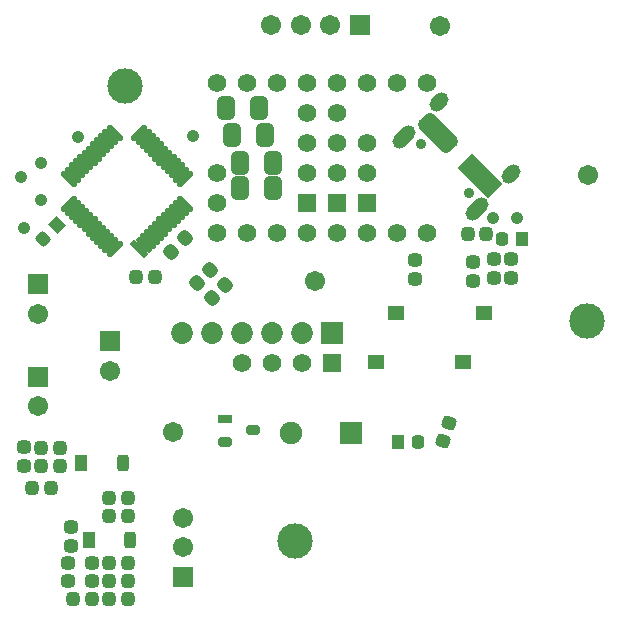
<source format=gbr>
%TF.GenerationSoftware,Altium Limited,Altium Designer,23.4.1 (23)*%
G04 Layer_Color=8388736*
%FSLAX26Y26*%
%MOIN*%
%TF.SameCoordinates,059DD823-1BA3-4B86-995A-778C5C10D4F7*%
%TF.FilePolarity,Negative*%
%TF.FileFunction,Soldermask,Top*%
%TF.Part,CustomerPanel*%
G01*
G75*
%TA.AperFunction,SMDPad,CuDef*%
G04:AMPARAMS|DCode=83|XSize=47.37mil|YSize=43.433mil|CornerRadius=12.858mil|HoleSize=0mil|Usage=FLASHONLY|Rotation=315.000|XOffset=0mil|YOffset=0mil|HoleType=Round|Shape=RoundedRectangle|*
%AMROUNDEDRECTD83*
21,1,0.047370,0.017717,0,0,315.0*
21,1,0.021654,0.043433,0,0,315.0*
1,1,0.025716,0.001392,-0.013920*
1,1,0.025716,-0.013920,0.001392*
1,1,0.025716,-0.001392,0.013920*
1,1,0.025716,0.013920,-0.001392*
%
%ADD83ROUNDEDRECTD83*%
G04:AMPARAMS|DCode=84|XSize=31.622mil|YSize=47.37mil|CornerRadius=9.906mil|HoleSize=0mil|Usage=FLASHONLY|Rotation=90.000|XOffset=0mil|YOffset=0mil|HoleType=Round|Shape=RoundedRectangle|*
%AMROUNDEDRECTD84*
21,1,0.031622,0.027559,0,0,90.0*
21,1,0.011811,0.047370,0,0,90.0*
1,1,0.019811,0.013780,0.005906*
1,1,0.019811,0.013780,-0.005906*
1,1,0.019811,-0.013780,-0.005906*
1,1,0.019811,-0.013780,0.005906*
%
%ADD84ROUNDEDRECTD84*%
%ADD85R,0.047370X0.031622*%
G04:AMPARAMS|DCode=92|XSize=47.37mil|YSize=43.433mil|CornerRadius=12.858mil|HoleSize=0mil|Usage=FLASHONLY|Rotation=0.000|XOffset=0mil|YOffset=0mil|HoleType=Round|Shape=RoundedRectangle|*
%AMROUNDEDRECTD92*
21,1,0.047370,0.017717,0,0,0.0*
21,1,0.021654,0.043433,0,0,0.0*
1,1,0.025716,0.010827,-0.008858*
1,1,0.025716,-0.010827,-0.008858*
1,1,0.025716,-0.010827,0.008858*
1,1,0.025716,0.010827,0.008858*
%
%ADD92ROUNDEDRECTD92*%
%TA.AperFunction,FiducialPad,Global*%
%ADD93C,0.118110*%
%TA.AperFunction,SMDPad,CuDef*%
G04:AMPARAMS|DCode=102|XSize=47.37mil|YSize=43.433mil|CornerRadius=12.858mil|HoleSize=0mil|Usage=FLASHONLY|Rotation=270.000|XOffset=0mil|YOffset=0mil|HoleType=Round|Shape=RoundedRectangle|*
%AMROUNDEDRECTD102*
21,1,0.047370,0.017717,0,0,270.0*
21,1,0.021654,0.043433,0,0,270.0*
1,1,0.025716,-0.008858,-0.010827*
1,1,0.025716,-0.008858,0.010827*
1,1,0.025716,0.008858,0.010827*
1,1,0.025716,0.008858,-0.010827*
%
%ADD102ROUNDEDRECTD102*%
G04:AMPARAMS|DCode=103|XSize=78.866mil|YSize=59.181mil|CornerRadius=16.795mil|HoleSize=0mil|Usage=FLASHONLY|Rotation=90.000|XOffset=0mil|YOffset=0mil|HoleType=Round|Shape=RoundedRectangle|*
%AMROUNDEDRECTD103*
21,1,0.078866,0.025591,0,0,90.0*
21,1,0.045276,0.059181,0,0,90.0*
1,1,0.033590,0.012795,0.022638*
1,1,0.033590,0.012795,-0.022638*
1,1,0.033590,-0.012795,-0.022638*
1,1,0.033590,-0.012795,0.022638*
%
%ADD103ROUNDEDRECTD103*%
%TA.AperFunction,ComponentPad*%
%ADD107C,0.062000*%
%ADD108C,0.074929*%
%ADD109R,0.074929X0.074929*%
%ADD110C,0.072866*%
%ADD111R,0.072866X0.072866*%
%ADD112R,0.061000X0.061000*%
%ADD113R,0.061000X0.061000*%
%ADD114C,0.067370*%
%ADD115R,0.067370X0.067370*%
%ADD116R,0.067370X0.067370*%
G04:AMPARAMS|DCode=117|XSize=47.37mil|YSize=70.992mil|CornerRadius=0mil|HoleSize=0mil|Usage=FLASHONLY|Rotation=135.000|XOffset=0mil|YOffset=0mil|HoleType=Round|Shape=Round|*
%AMOVALD117*
21,1,0.023622,0.047370,0.000000,0.000000,225.0*
1,1,0.047370,0.008352,0.008352*
1,1,0.047370,-0.008352,-0.008352*
%
%ADD117OVALD117*%

%ADD118C,0.034575*%
G04:AMPARAMS|DCode=119|XSize=47.37mil|YSize=90.677mil|CornerRadius=0mil|HoleSize=0mil|Usage=FLASHONLY|Rotation=135.000|XOffset=0mil|YOffset=0mil|HoleType=Round|Shape=Round|*
%AMOVALD119*
21,1,0.043307,0.047370,0.000000,0.000000,225.0*
1,1,0.047370,0.015311,0.015311*
1,1,0.047370,-0.015311,-0.015311*
%
%ADD119OVALD119*%

%TA.AperFunction,ViaPad*%
%ADD120C,0.067055*%
%TA.AperFunction,SMDPad,CuDef*%
G04:AMPARAMS|DCode=126|XSize=45.402mil|YSize=41.465mil|CornerRadius=0mil|HoleSize=0mil|Usage=FLASHONLY|Rotation=315.000|XOffset=0mil|YOffset=0mil|HoleType=Round|Shape=Rectangle|*
%AMROTATEDRECTD126*
4,1,4,-0.030712,0.001392,-0.001392,0.030712,0.030712,-0.001392,0.001392,-0.030712,-0.030712,0.001392,0.0*
%
%ADD126ROTATEDRECTD126*%

G04:AMPARAMS|DCode=127|XSize=45.402mil|YSize=41.465mil|CornerRadius=12.366mil|HoleSize=0mil|Usage=FLASHONLY|Rotation=315.000|XOffset=0mil|YOffset=0mil|HoleType=Round|Shape=RoundedRectangle|*
%AMROUNDEDRECTD127*
21,1,0.045402,0.016732,0,0,315.0*
21,1,0.020669,0.041465,0,0,315.0*
1,1,0.024732,0.001392,-0.013223*
1,1,0.024732,-0.013223,0.001392*
1,1,0.024732,-0.001392,0.013223*
1,1,0.024732,0.013223,-0.001392*
%
%ADD127ROUNDEDRECTD127*%
G04:AMPARAMS|DCode=128|XSize=47.37mil|YSize=43.433mil|CornerRadius=12.858mil|HoleSize=0mil|Usage=FLASHONLY|Rotation=160.000|XOffset=0mil|YOffset=0mil|HoleType=Round|Shape=RoundedRectangle|*
%AMROUNDEDRECTD128*
21,1,0.047370,0.017717,0,0,160.0*
21,1,0.021654,0.043433,0,0,160.0*
1,1,0.025716,-0.007144,0.012027*
1,1,0.025716,0.013204,0.004621*
1,1,0.025716,0.007144,-0.012027*
1,1,0.025716,-0.013204,-0.004621*
%
%ADD128ROUNDEDRECTD128*%
%ADD129R,0.041465X0.045402*%
G04:AMPARAMS|DCode=130|XSize=45.402mil|YSize=41.465mil|CornerRadius=12.366mil|HoleSize=0mil|Usage=FLASHONLY|Rotation=90.000|XOffset=0mil|YOffset=0mil|HoleType=Round|Shape=RoundedRectangle|*
%AMROUNDEDRECTD130*
21,1,0.045402,0.016732,0,0,90.0*
21,1,0.020669,0.041465,0,0,90.0*
1,1,0.024732,0.008366,0.010335*
1,1,0.024732,0.008366,-0.010335*
1,1,0.024732,-0.008366,-0.010335*
1,1,0.024732,-0.008366,0.010335*
%
%ADD130ROUNDEDRECTD130*%
%ADD131R,0.055244X0.047370*%
%ADD132R,0.039496X0.055244*%
G04:AMPARAMS|DCode=133|XSize=55.244mil|YSize=39.496mil|CornerRadius=11.874mil|HoleSize=0mil|Usage=FLASHONLY|Rotation=90.000|XOffset=0mil|YOffset=0mil|HoleType=Round|Shape=RoundedRectangle|*
%AMROUNDEDRECTD133*
21,1,0.055244,0.015748,0,0,90.0*
21,1,0.031496,0.039496,0,0,90.0*
1,1,0.023748,0.007874,0.015748*
1,1,0.023748,0.007874,-0.015748*
1,1,0.023748,-0.007874,-0.015748*
1,1,0.023748,-0.007874,0.015748*
%
%ADD133ROUNDEDRECTD133*%
G04:AMPARAMS|DCode=134|XSize=66.071mil|YSize=19.811mil|CornerRadius=6.953mil|HoleSize=0mil|Usage=FLASHONLY|Rotation=225.000|XOffset=0mil|YOffset=0mil|HoleType=Round|Shape=RoundedRectangle|*
%AMROUNDEDRECTD134*
21,1,0.066071,0.005905,0,0,225.0*
21,1,0.052165,0.019811,0,0,225.0*
1,1,0.013906,-0.020531,-0.016355*
1,1,0.013906,0.016355,0.020531*
1,1,0.013906,0.020531,0.016355*
1,1,0.013906,-0.016355,-0.020531*
%
%ADD134ROUNDEDRECTD134*%
G04:AMPARAMS|DCode=135|XSize=66.071mil|YSize=19.811mil|CornerRadius=6.953mil|HoleSize=0mil|Usage=FLASHONLY|Rotation=135.000|XOffset=0mil|YOffset=0mil|HoleType=Round|Shape=RoundedRectangle|*
%AMROUNDEDRECTD135*
21,1,0.066071,0.005905,0,0,135.0*
21,1,0.052165,0.019811,0,0,135.0*
1,1,0.013906,-0.016355,0.020531*
1,1,0.013906,0.020531,-0.016355*
1,1,0.013906,0.016355,-0.020531*
1,1,0.013906,-0.020531,0.016355*
%
%ADD135ROUNDEDRECTD135*%
G04:AMPARAMS|DCode=136|XSize=66.071mil|YSize=19.811mil|CornerRadius=0mil|HoleSize=0mil|Usage=FLASHONLY|Rotation=135.000|XOffset=0mil|YOffset=0mil|HoleType=Round|Shape=Round|*
%AMOVALD136*
21,1,0.046260,0.019811,0.000000,0.000000,135.0*
1,1,0.019811,0.016355,-0.016355*
1,1,0.019811,-0.016355,0.016355*
%
%ADD136OVALD136*%

G04:AMPARAMS|DCode=137|XSize=66.071mil|YSize=19.811mil|CornerRadius=0mil|HoleSize=0mil|Usage=FLASHONLY|Rotation=135.000|XOffset=0mil|YOffset=0mil|HoleType=Round|Shape=Rectangle|*
%AMROTATEDRECTD137*
4,1,4,0.030364,-0.016355,0.016355,-0.030364,-0.030364,0.016355,-0.016355,0.030364,0.030364,-0.016355,0.0*
%
%ADD137ROTATEDRECTD137*%

%ADD138C,0.041000*%
G04:AMPARAMS|DCode=139|XSize=67.055mil|YSize=145.795mil|CornerRadius=0mil|HoleSize=0mil|Usage=FLASHONLY|Rotation=225.000|XOffset=0mil|YOffset=0mil|HoleType=Round|Shape=Rectangle|*
%AMROTATEDRECTD139*
4,1,4,-0.027839,0.075254,0.075254,-0.027839,0.027839,-0.075254,-0.075254,0.027839,-0.027839,0.075254,0.0*
%
%ADD139ROTATEDRECTD139*%

G04:AMPARAMS|DCode=140|XSize=67.055mil|YSize=145.795mil|CornerRadius=18.764mil|HoleSize=0mil|Usage=FLASHONLY|Rotation=225.000|XOffset=0mil|YOffset=0mil|HoleType=Round|Shape=RoundedRectangle|*
%AMROUNDEDRECTD140*
21,1,0.067055,0.108268,0,0,225.0*
21,1,0.029527,0.145795,0,0,225.0*
1,1,0.037528,-0.048718,0.027839*
1,1,0.037528,-0.027839,0.048718*
1,1,0.037528,0.048718,-0.027839*
1,1,0.037528,0.027839,-0.048718*
%
%ADD140ROUNDEDRECTD140*%
D83*
X1024944Y1086557D02*
D03*
X1069486Y1131099D02*
D03*
X1118699Y1081887D02*
D03*
X1074157Y1037344D02*
D03*
X939621Y1192187D02*
D03*
X984163Y1236729D02*
D03*
D84*
X1212570Y597017D02*
D03*
X1118081Y559615D02*
D03*
D85*
Y634419D02*
D03*
D92*
X1945892Y1158954D02*
D03*
Y1095962D02*
D03*
X2013892Y1166954D02*
D03*
Y1103962D02*
D03*
X1752892Y1100962D02*
D03*
Y1163954D02*
D03*
X604302Y211190D02*
D03*
Y274182D02*
D03*
X594459Y156072D02*
D03*
Y93080D02*
D03*
X446821Y539930D02*
D03*
X446822Y476938D02*
D03*
X673199Y156072D02*
D03*
Y93080D02*
D03*
X2072835Y1104331D02*
D03*
Y1167323D02*
D03*
D93*
X784144Y1746072D02*
D03*
X1349727Y227159D02*
D03*
X2324948Y960332D02*
D03*
D102*
X885389Y1108458D02*
D03*
X822396D02*
D03*
X1926396Y1251458D02*
D03*
X1989389D02*
D03*
X566900Y537962D02*
D03*
X503908D02*
D03*
X566900Y478907D02*
D03*
X503908D02*
D03*
X730286Y154104D02*
D03*
X793278D02*
D03*
X793278Y370639D02*
D03*
X730286Y370639D02*
D03*
X793278Y311584D02*
D03*
X730286D02*
D03*
X474380Y404851D02*
D03*
X537373Y404852D02*
D03*
X612176Y35993D02*
D03*
X675168D02*
D03*
X793278D02*
D03*
X730286Y35993D02*
D03*
Y95049D02*
D03*
X793278D02*
D03*
D103*
X1230286Y1669852D02*
D03*
X1120050D02*
D03*
X1279499Y1404104D02*
D03*
X1169263D02*
D03*
X1277819Y1488000D02*
D03*
X1167583D02*
D03*
X1249971Y1581269D02*
D03*
X1139735D02*
D03*
D107*
X1092893Y1754458D02*
D03*
X1692892Y1754458D02*
D03*
Y1254458D02*
D03*
X1592892Y1254458D02*
D03*
X1492893Y1254458D02*
D03*
X1392893D02*
D03*
X1292892Y1254458D02*
D03*
X1192893Y1254458D02*
D03*
X1192892Y1754458D02*
D03*
X1792892Y1754458D02*
D03*
Y1254458D02*
D03*
X1292892Y1754458D02*
D03*
X1392893D02*
D03*
X1592893Y1754458D02*
D03*
X1492893Y1754458D02*
D03*
X1092892Y1454458D02*
D03*
Y1254458D02*
D03*
X1092893Y1354458D02*
D03*
X1174892Y821458D02*
D03*
X1274892D02*
D03*
X1374892D02*
D03*
X1592892Y1454458D02*
D03*
Y1554458D02*
D03*
X1392892Y1654458D02*
D03*
X1392892Y1554458D02*
D03*
Y1454458D02*
D03*
X1492893Y1654458D02*
D03*
Y1554458D02*
D03*
Y1454458D02*
D03*
D108*
X1338554Y587174D02*
D03*
D109*
X1538554D02*
D03*
D110*
X974892Y921458D02*
D03*
X1074892D02*
D03*
X1174892D02*
D03*
X1274892D02*
D03*
X1374892D02*
D03*
D111*
X1474892D02*
D03*
D112*
Y821458D02*
D03*
D113*
X1592892Y1354458D02*
D03*
X1392892Y1354458D02*
D03*
X1492893Y1354458D02*
D03*
D114*
X1271255Y1949127D02*
D03*
X1369680D02*
D03*
X1468105D02*
D03*
X977892Y207458D02*
D03*
Y305883D02*
D03*
X736192Y795836D02*
D03*
X496034Y984812D02*
D03*
Y677726D02*
D03*
D115*
X1566530Y1949127D02*
D03*
D116*
X977892Y109033D02*
D03*
X736192Y894261D02*
D03*
X496034Y1083237D02*
D03*
Y776151D02*
D03*
D117*
X2072990Y1451162D02*
D03*
X1832463Y1691690D02*
D03*
D118*
X1931567Y1389363D02*
D03*
X1770663Y1550266D02*
D03*
D119*
X1956624Y1334796D02*
D03*
X1716097Y1575323D02*
D03*
D120*
X2326743Y1449009D02*
D03*
X1834617Y1945442D02*
D03*
X945512Y592395D02*
D03*
X1417323Y1095204D02*
D03*
D126*
X557668Y1279967D02*
D03*
D127*
X511734Y1234033D02*
D03*
D128*
X1843617Y562863D02*
D03*
X1865162Y622056D02*
D03*
D129*
X1696221Y557000D02*
D03*
X2107373Y1234458D02*
D03*
D130*
X1761181Y557000D02*
D03*
X2042412Y1234458D02*
D03*
D131*
X1980562Y988458D02*
D03*
X1689223D02*
D03*
X1911892Y824458D02*
D03*
X1620554D02*
D03*
D132*
X663357Y232844D02*
D03*
X638829Y488749D02*
D03*
D133*
X801152Y232844D02*
D03*
X776625Y488749D02*
D03*
D134*
X749885Y1199723D02*
D03*
X735966Y1213642D02*
D03*
X722047Y1227562D02*
D03*
X708127Y1241481D02*
D03*
X694208Y1255401D02*
D03*
X680288Y1269320D02*
D03*
X652449Y1297159D02*
D03*
X638530Y1311079D02*
D03*
X624611Y1324998D02*
D03*
X610691Y1338917D02*
D03*
X596772Y1352837D02*
D03*
X832734Y1588799D02*
D03*
X846653Y1574880D02*
D03*
X860573Y1560960D02*
D03*
X874492Y1547041D02*
D03*
X888412Y1533121D02*
D03*
X902331Y1519202D02*
D03*
X916250Y1505282D02*
D03*
X930170Y1491363D02*
D03*
X944089Y1477444D02*
D03*
X958009Y1463524D02*
D03*
X971928Y1449605D02*
D03*
X985848Y1435685D02*
D03*
X666369Y1283240D02*
D03*
D135*
X596772Y1435685D02*
D03*
X610691Y1449605D02*
D03*
X624611Y1463524D02*
D03*
X638530Y1477444D02*
D03*
X652449Y1491363D02*
D03*
X666369Y1505282D02*
D03*
X680288Y1519202D02*
D03*
X694208Y1533121D02*
D03*
X708127Y1547041D02*
D03*
X722047Y1560960D02*
D03*
X735966Y1574880D02*
D03*
X749885Y1588799D02*
D03*
X985848Y1352837D02*
D03*
X971928Y1338917D02*
D03*
X958009Y1324998D02*
D03*
X944089Y1311079D02*
D03*
X930170Y1297159D02*
D03*
X916250Y1283240D02*
D03*
X902331Y1269320D02*
D03*
X888412Y1255401D02*
D03*
X874492Y1241481D02*
D03*
X860573Y1227562D02*
D03*
D136*
X846653Y1213642D02*
D03*
D137*
X832734Y1199723D02*
D03*
D138*
X505701Y1364000D02*
D03*
X2090522Y1305678D02*
D03*
X2012892Y1305458D02*
D03*
X627701Y1576000D02*
D03*
X1012701Y1577000D02*
D03*
X448701Y1271000D02*
D03*
X503701Y1489000D02*
D03*
X437701Y1440000D02*
D03*
D139*
X1968598Y1445319D02*
D03*
D140*
X1826620Y1587297D02*
D03*
%TF.MD5,30a1785ce365bf11ddd43c916fa93377*%
M02*

</source>
